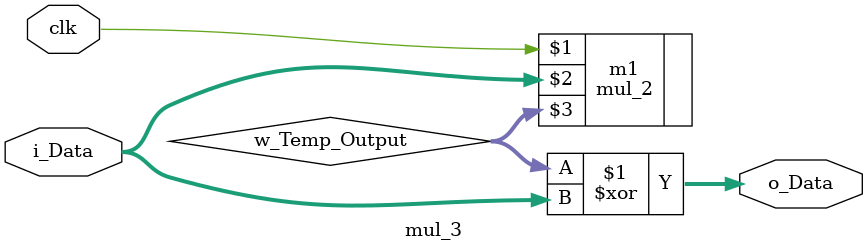
<source format=v>
module mul_3(
    clk,
    i_Data,
    o_Data
    );


    input clk;
    input [7:0] i_Data;

    output  [7:0] o_Data;

    wire [7:0] w_Temp_Output;

    mul_2  m1(
        clk,
        i_Data,
        w_Temp_Output
        );

    assign o_Data = w_Temp_Output ^ i_Data;
endmodule
</source>
